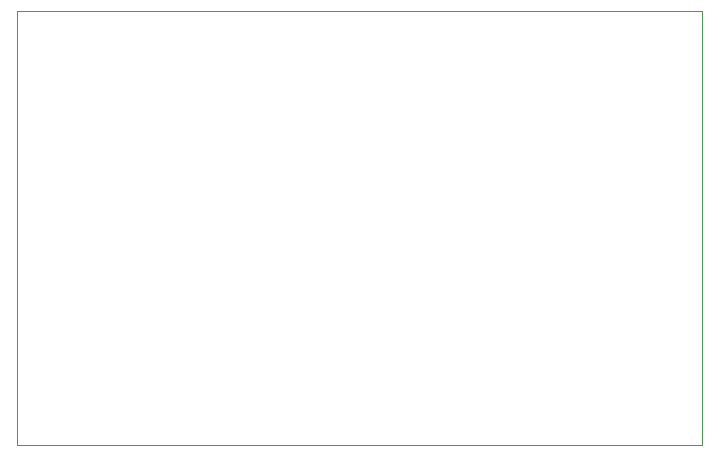
<source format=gbr>
G04 #@! TF.GenerationSoftware,KiCad,Pcbnew,9.0.2*
G04 #@! TF.CreationDate,2025-08-18T13:33:18+03:00*
G04 #@! TF.ProjectId,tickbox,7469636b-626f-4782-9e6b-696361645f70,rev?*
G04 #@! TF.SameCoordinates,Original*
G04 #@! TF.FileFunction,Profile,NP*
%FSLAX46Y46*%
G04 Gerber Fmt 4.6, Leading zero omitted, Abs format (unit mm)*
G04 Created by KiCad (PCBNEW 9.0.2) date 2025-08-18 13:33:18*
%MOMM*%
%LPD*%
G01*
G04 APERTURE LIST*
G04 #@! TA.AperFunction,Profile*
%ADD10C,0.038100*%
G04 #@! TD*
G04 APERTURE END LIST*
D10*
X27500000Y-29000000D02*
X85500000Y-29000000D01*
X85500000Y-65750000D01*
X27500000Y-65750000D01*
X27500000Y-29000000D01*
M02*

</source>
